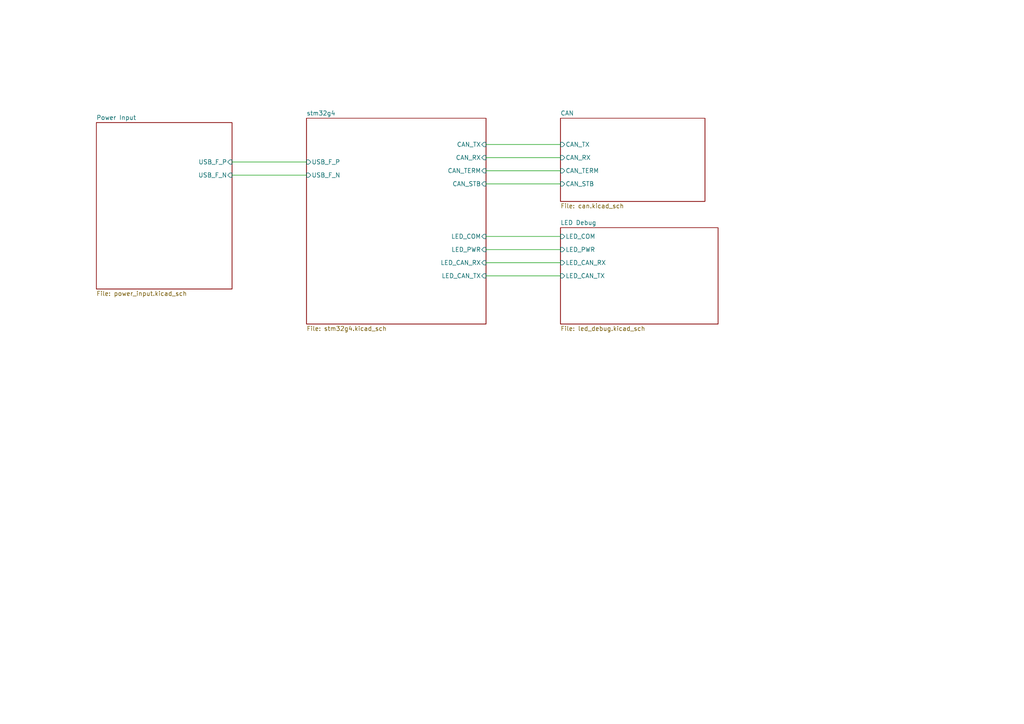
<source format=kicad_sch>
(kicad_sch (version 20230121) (generator eeschema)
  (paper "A4")
  (title_block (title "mjcanfd-usb-1x r4.2") (company "mjbots Robotic Systems, LLC - info@mjbots.com - 2024") (comment 1 "Licensed under the Apache 2.0 License"))
  (lib_symbols)
  (wire (pts (xy 67.31 50.8) (xy 88.9 50.8)))
  (wire (pts (xy 140.97 76.2) (xy 162.56 76.2)))
  (wire (pts (xy 140.97 53.34) (xy 162.56 53.34)))
  (wire (pts (xy 140.97 45.72) (xy 162.56 45.72)))
  (wire (pts (xy 140.97 49.53) (xy 162.56 49.53)))
  (wire (pts (xy 140.97 41.91) (xy 162.56 41.91)))
  (wire (pts (xy 140.97 68.58) (xy 162.56 68.58)))
  (wire (pts (xy 67.31 46.99) (xy 88.9 46.99)))
  (wire (pts (xy 140.97 72.39) (xy 162.56 72.39)))
  (wire (pts (xy 140.97 80.01) (xy 162.56 80.01)))
  (sheet (at 162.56 34.29) (size 41.91 24.13) (stroke (width 0.1524))
    (property "Sheetname" "CAN" (at 162.56 33.5784 0) (effects (justify left bottom)))
    (property "Sheetfile" "can.kicad_sch" (at 162.56 59.0046 0) (effects (justify left top)))
    (pin "CAN_RX" input (at 162.56 45.72 180))
    (pin "CAN_TX" input (at 162.56 41.91 180))
    (pin "CAN_STB" input (at 162.56 53.34 180))
    (pin "CAN_TERM" input (at 162.56 49.53 180))
  )
  (sheet (at 162.56 66.04) (size 45.72 27.94) (stroke (width 0.1524))
    (property "Sheetname" "LED Debug" (at 162.56 65.3284 0) (effects (justify left bottom)))
    (property "Sheetfile" "led_debug.kicad_sch" (at 162.56 94.5646 0) (effects (justify left top)))
    (pin "LED_CAN_TX" input (at 162.56 80.01 180))
    (pin "LED_CAN_RX" input (at 162.56 76.2 180))
    (pin "LED_COM" input (at 162.56 68.58 180))
    (pin "LED_PWR" input (at 162.56 72.39 180))
  )
  (sheet (at 27.94 35.56) (size 39.37 48.26) (stroke (width 0.1524))
    (property "Sheetname" "Power Input" (at 27.94 34.8484 0) (effects (justify left bottom)))
    (property "Sheetfile" "power_input.kicad_sch" (at 27.94 84.4046 0) (effects (justify left top)))
    (pin "USB_F_N" input (at 67.31 50.8 0))
    (pin "USB_F_P" input (at 67.31 46.99 0))
  )
  (sheet (at 88.9 34.29) (size 52.07 59.69) (stroke (width 0.1524))
    (property "Sheetname" "stm32g4" (at 88.9 33.5784 0) (effects (justify left bottom)))
    (property "Sheetfile" "stm32g4.kicad_sch" (at 88.9 94.5646 0) (effects (justify left top)))
    (pin "CAN_TX" input (at 140.97 41.91 0))
    (pin "CAN_RX" input (at 140.97 45.72 0))
    (pin "LED_COM" input (at 140.97 68.58 0))
    (pin "LED_PWR" input (at 140.97 72.39 0))
    (pin "LED_CAN_RX" input (at 140.97 76.2 0))
    (pin "LED_CAN_TX" input (at 140.97 80.01 0))
    (pin "CAN_TERM" input (at 140.97 49.53 0))
    (pin "CAN_STB" input (at 140.97 53.34 0))
    (pin "USB_F_P" input (at 88.9 46.99 180))
    (pin "USB_F_N" input (at 88.9 50.8 180))
  )
)
</source>
